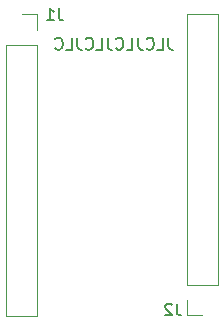
<source format=gbr>
%TF.GenerationSoftware,KiCad,Pcbnew,(6.0.9)*%
%TF.CreationDate,2022-12-23T02:35:25-08:00*%
%TF.ProjectId,AD8232_breakout,41443832-3332-45f6-9272-65616b6f7574,rev?*%
%TF.SameCoordinates,Original*%
%TF.FileFunction,Legend,Bot*%
%TF.FilePolarity,Positive*%
%FSLAX46Y46*%
G04 Gerber Fmt 4.6, Leading zero omitted, Abs format (unit mm)*
G04 Created by KiCad (PCBNEW (6.0.9)) date 2022-12-23 02:35:25*
%MOMM*%
%LPD*%
G01*
G04 APERTURE LIST*
%ADD10C,0.150000*%
%ADD11C,0.120000*%
G04 APERTURE END LIST*
D10*
X152119047Y-81952380D02*
X152119047Y-82666666D01*
X152166666Y-82809523D01*
X152261904Y-82904761D01*
X152404761Y-82952380D01*
X152500000Y-82952380D01*
X151166666Y-82952380D02*
X151642857Y-82952380D01*
X151642857Y-81952380D01*
X150261904Y-82857142D02*
X150309523Y-82904761D01*
X150452380Y-82952380D01*
X150547619Y-82952380D01*
X150690476Y-82904761D01*
X150785714Y-82809523D01*
X150833333Y-82714285D01*
X150880952Y-82523809D01*
X150880952Y-82380952D01*
X150833333Y-82190476D01*
X150785714Y-82095238D01*
X150690476Y-82000000D01*
X150547619Y-81952380D01*
X150452380Y-81952380D01*
X150309523Y-82000000D01*
X150261904Y-82047619D01*
X149547619Y-81952380D02*
X149547619Y-82666666D01*
X149595238Y-82809523D01*
X149690476Y-82904761D01*
X149833333Y-82952380D01*
X149928571Y-82952380D01*
X148595238Y-82952380D02*
X149071428Y-82952380D01*
X149071428Y-81952380D01*
X147690476Y-82857142D02*
X147738095Y-82904761D01*
X147880952Y-82952380D01*
X147976190Y-82952380D01*
X148119047Y-82904761D01*
X148214285Y-82809523D01*
X148261904Y-82714285D01*
X148309523Y-82523809D01*
X148309523Y-82380952D01*
X148261904Y-82190476D01*
X148214285Y-82095238D01*
X148119047Y-82000000D01*
X147976190Y-81952380D01*
X147880952Y-81952380D01*
X147738095Y-82000000D01*
X147690476Y-82047619D01*
X146976190Y-81952380D02*
X146976190Y-82666666D01*
X147023809Y-82809523D01*
X147119047Y-82904761D01*
X147261904Y-82952380D01*
X147357142Y-82952380D01*
X146023809Y-82952380D02*
X146500000Y-82952380D01*
X146500000Y-81952380D01*
X145119047Y-82857142D02*
X145166666Y-82904761D01*
X145309523Y-82952380D01*
X145404761Y-82952380D01*
X145547619Y-82904761D01*
X145642857Y-82809523D01*
X145690476Y-82714285D01*
X145738095Y-82523809D01*
X145738095Y-82380952D01*
X145690476Y-82190476D01*
X145642857Y-82095238D01*
X145547619Y-82000000D01*
X145404761Y-81952380D01*
X145309523Y-81952380D01*
X145166666Y-82000000D01*
X145119047Y-82047619D01*
X144404761Y-81952380D02*
X144404761Y-82666666D01*
X144452380Y-82809523D01*
X144547619Y-82904761D01*
X144690476Y-82952380D01*
X144785714Y-82952380D01*
X143452380Y-82952380D02*
X143928571Y-82952380D01*
X143928571Y-81952380D01*
X142547619Y-82857142D02*
X142595238Y-82904761D01*
X142738095Y-82952380D01*
X142833333Y-82952380D01*
X142976190Y-82904761D01*
X143071428Y-82809523D01*
X143119047Y-82714285D01*
X143166666Y-82523809D01*
X143166666Y-82380952D01*
X143119047Y-82190476D01*
X143071428Y-82095238D01*
X142976190Y-82000000D01*
X142833333Y-81952380D01*
X142738095Y-81952380D01*
X142595238Y-82000000D01*
X142547619Y-82047619D01*
%TO.C,J1*%
X142833333Y-79452380D02*
X142833333Y-80166666D01*
X142880952Y-80309523D01*
X142976190Y-80404761D01*
X143119047Y-80452380D01*
X143214285Y-80452380D01*
X141833333Y-80452380D02*
X142404761Y-80452380D01*
X142119047Y-80452380D02*
X142119047Y-79452380D01*
X142214285Y-79595238D01*
X142309523Y-79690476D01*
X142404761Y-79738095D01*
%TO.C,J2*%
X152833333Y-104452380D02*
X152833333Y-105166666D01*
X152880952Y-105309523D01*
X152976190Y-105404761D01*
X153119047Y-105452380D01*
X153214285Y-105452380D01*
X152404761Y-104547619D02*
X152357142Y-104500000D01*
X152261904Y-104452380D01*
X152023809Y-104452380D01*
X151928571Y-104500000D01*
X151880952Y-104547619D01*
X151833333Y-104642857D01*
X151833333Y-104738095D01*
X151880952Y-104880952D01*
X152452380Y-105452380D01*
X151833333Y-105452380D01*
D11*
%TO.C,J1*%
X141030000Y-82550000D02*
X138370000Y-82550000D01*
X138370000Y-82550000D02*
X138370000Y-105470000D01*
X141030000Y-105470000D02*
X138370000Y-105470000D01*
X141030000Y-82550000D02*
X141030000Y-105470000D01*
X141030000Y-79950000D02*
X139700000Y-79950000D01*
X141030000Y-81280000D02*
X141030000Y-79950000D01*
%TO.C,J2*%
X153670000Y-105460000D02*
X155000000Y-105460000D01*
X153670000Y-102860000D02*
X156330000Y-102860000D01*
X153670000Y-102860000D02*
X153670000Y-79940000D01*
X153670000Y-104130000D02*
X153670000Y-105460000D01*
X153670000Y-79940000D02*
X156330000Y-79940000D01*
X156330000Y-102860000D02*
X156330000Y-79940000D01*
%TD*%
M02*

</source>
